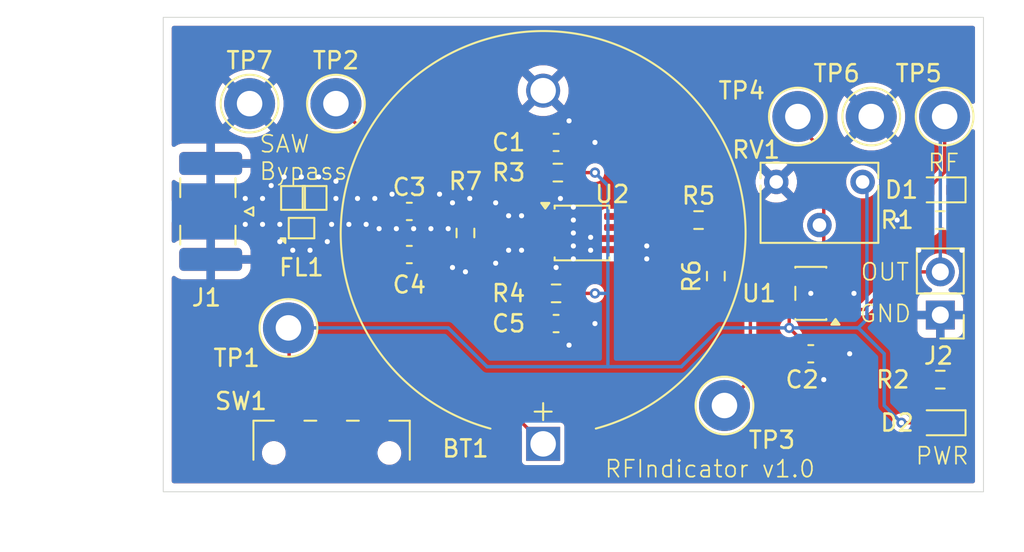
<source format=kicad_pcb>
(kicad_pcb (version 20241229) (generator "pcbnew") (generator_version "9.0")
  (layers (0 "F.Cu" signal) (2 "B.Cu" signal) (13 "F.Paste" user) (15 "B.Paste" user) (5 "F.SilkS" user "F.Silkscreen") (7 "B.SilkS" user "B.Silkscreen") (1 "F.Mask" user) (3 "B.Mask" user) (25 "Edge.Cuts" user))
  (net 0 "")
  (net 1 "Net-(BT1-+)")
  (net 2 "GND")
  (net 3 "Net-(C1-Pad2)")
  (net 4 "VCC")
  (net 5 "Net-(U2-INHI)")
  (net 6 "Net-(U2-INLO)")
  (net 7 "Net-(C5-Pad1)")
  (net 8 "Net-(D1-A)")
  (net 9 "Net-(D1-K)")
  (net 10 "Net-(D2-K)")
  (net 11 "Net-(J1-In)")
  (net 12 "Net-(U2-VOUT)")
  (net 13 "Net-(U1--)")
  (net 14 "Net-(U1-+)")
  (net 16 "Net-(C3-Pad1)")
  (footprint "LED_SMD:LED_0603_1608Metric" (layer "F.Cu") (at 99.06 106.68 180)
    (property "Reference" "D1" (at 2.286 0 0) (layer "F.SilkS"))
    (property "Value" "RF Active")
    (fp_line (start 0.8 -0.735) (end -1.485 -0.735) (stroke (width 0.12)) (layer "F.SilkS"))
    (fp_line (start -1.485 0.735) (end 0.8 0.735) (stroke (width 0.12)) (layer "F.SilkS"))
    (fp_line (start -1.485 -0.735) (end -1.485 0.735) (stroke (width 0.12)) (layer "F.SilkS"))
    (pad "1" smd roundrect (at -0.7875 0 180) (size 0.875 0.95) (layers "F.Cu" "F.Mask" "F.Paste") (net 9 "Net-(D1-K)"))
    (pad "2" smd roundrect (at 0.7875 0 180) (size 0.875 0.95) (layers "F.Cu" "F.Mask" "F.Paste") (net 8 "Net-(D1-A)"))
  )
  (footprint "Package_SO:MSOP-8_3x3mm_P0.65mm" (layer "F.Cu") (at 77.978 109.22)
    (property "Reference" "U2" (at 1.778 -2.286 0) (layer "F.SilkS"))
    (property "Value" "AD8313xRM")
    (fp_line (start -1.61 -1.61) (end 1.61 -1.61) (stroke (width 0.12)) (layer "F.SilkS"))
    (fp_line (start -1.61 -1.435) (end -1.61 -1.61) (stroke (width 0.12)) (layer "F.SilkS"))
    (fp_line (start -1.61 1.61) (end -1.61 1.435) (stroke (width 0.12)) (layer "F.SilkS"))
    (fp_line (start 1.61 -1.61) (end 1.61 -1.435) (stroke (width 0.12)) (layer "F.SilkS"))
    (fp_line (start 1.61 1.435) (end 1.61 1.61) (stroke (width 0.12)) (layer "F.SilkS"))
    (fp_line (start 1.61 1.61) (end -1.61 1.61) (stroke (width 0.12)) (layer "F.SilkS"))
    (fp_poly (pts (xy -2.16 -1.44) (xy -2.4 -1.77) (xy -1.92 -1.77)) (stroke (width 0.12)) (fill yes) (layer "F.SilkS"))
    (pad "1" smd roundrect (at -2.1125 -0.975) (size 1.625 0.4) (layers "F.Cu" "F.Mask" "F.Paste") (net 3 "Net-(C1-Pad2)"))
    (pad "2" smd roundrect (at -2.1125 -0.325) (size 1.625 0.4) (layers "F.Cu" "F.Mask" "F.Paste") (net 5 "Net-(U2-INHI)"))
    (pad "3" smd roundrect (at -2.1125 0.325) (size 1.625 0.4) (layers "F.Cu" "F.Mask" "F.Paste") (net 6 "Net-(U2-INLO)"))
    (pad "4" smd roundrect (at -2.1125 0.975) (size 1.625 0.4) (layers "F.Cu" "F.Mask" "F.Paste") (net 7 "Net-(C5-Pad1)"))
    (pad "5" smd roundrect (at 2.1125 0.975) (size 1.625 0.4) (layers "F.Cu" "F.Mask" "F.Paste") (net 2 "GND"))
    (pad "6" smd roundrect (at 2.1125 0.325) (size 1.625 0.4) (layers "F.Cu" "F.Mask" "F.Paste") (net 2 "GND"))
    (pad "7" smd roundrect (at 2.1125 -0.325) (size 1.625 0.4) (layers "F.Cu" "F.Mask" "F.Paste") (net 12 "Net-(U2-VOUT)"))
    (pad "8" smd roundrect (at 2.1125 -0.975) (size 1.625 0.4) (layers "F.Cu" "F.Mask" "F.Paste") (net 12 "Net-(U2-VOUT)"))
  )
  (footprint "Battery:BatteryHolder_MYOUNG_BS-07-A1BJ001_CR2032" (layer "F.Cu") (at 75.692 121.638 90)
    (property "Reference" "BT1" (at -0.282 -4.572 0) (layer "F.SilkS"))
    (property "Value" "CR2032")
    (fp_line (start 1.9 -0.5) (end 1.9 0.5) (stroke (width 0.12)) (layer "F.SilkS"))
    (fp_line (start 1.4 0) (end 2.4 0) (stroke (width 0.12)) (layer "F.SilkS"))
    (fp_arc (start 0.900001 -3.1) (mid 24.310499 0) (end 0.900001 3.1) (stroke (width 0.12)) (layer "F.SilkS"))
    (pad "1" thru_hole rect (at 0 0 270) (size 2 2) (drill 1.5) (layers "*.Cu" "*.Mask") (net 1 "Net-(BT1-+)"))
    (pad "2" thru_hole circle (at 20.8 0 270) (size 2 2) (drill 1.5) (layers "*.Cu" "*.Mask") (net 2 "GND"))
  )
  (footprint "TestPoint:TestPoint_Loop_D2.54mm_Drill1.5mm_Beaded" (layer "F.Cu") (at 60.706 114.808 90)
    (property "Reference" "TP1" (at -1.778 -3.048 180) (layer "F.SilkS"))
    (property "Value" "VCC")
    (fp_circle (center 0 0) (end 1.7 0) (stroke (width 0.12)) (fill no) (layer "F.SilkS"))
    (pad "1" thru_hole circle (at 0 0 90) (size 3 3) (drill 1.5) (layers "*.Cu" "*.Mask") (net 4 "VCC"))
  )
  (footprint "TestPoint:TestPoint_Loop_D2.54mm_Drill1.5mm_Beaded" (layer "F.Cu") (at 86.36 119.38 90)
    (property "Reference" "TP3" (at -2.032 2.794 180) (layer "F.SilkS"))
    (property "Value" "Amp Output")
    (fp_circle (center 0 0) (end 1.7 0) (stroke (width 0.12)) (fill no) (layer "F.SilkS"))
    (pad "1" thru_hole circle (at 0 0 90) (size 3 3) (drill 1.5) (layers "*.Cu" "*.Mask") (net 13 "Net-(U1--)"))
  )
  (footprint "Connector_Coaxial:SMA_Samtec_SMA-J-P-H-ST-EM1_EdgeMount" (layer "F.Cu") (at 55.88 107.95 180)
    (property "Reference" "J1" (at 0 -5.08 0) (layer "F.SilkS"))
    (property "Value" "SMA RF Input")
    (fp_line (start 1.54 1.95) (end 1.54 0.84) (stroke (width 0.12)) (layer "F.SilkS"))
    (fp_line (start 1.54 -0.84) (end 1.54 -1.95) (stroke (width 0.12)) (layer "F.SilkS"))
    (fp_line (start -1.71 1.95) (end -1.71 0.84) (stroke (width 0.12)) (layer "F.SilkS"))
    (fp_line (start -1.71 -0.84) (end -1.71 -1.95) (stroke (width 0.12)) (layer "F.SilkS"))
    (fp_line (start -2.26 0) (end -2.76 -0.25) (stroke (width 0.12)) (layer "F.SilkS"))
    (fp_line (start -2.76 0.25) (end -2.26 0) (stroke (width 0.12)) (layer "F.SilkS"))
    (fp_line (start -2.76 -0.25) (end -2.76 0.25) (stroke (width 0.12)) (layer "F.SilkS"))
    (pad "1" smd roundrect (at 0 0 270) (size 1.27 3.2) (layers "F.Cu" "F.Mask") (roundrect_rratio 0.1968503937) (net 11 "Net-(J1-In)"))
    (pad "2" smd roundrect (at -0.25 -2.825 270) (size 1.35 3.7) (layers "F.Cu" "F.Mask") (roundrect_rratio 0.1851851852) (net 2 "GND"))
    (pad "2" smd roundrect (at -0.25 -2.825 270) (size 1.35 3.7) (layers "B.Cu" "B.Mask") (roundrect_rratio 0.1851851852) (net 2 "GND"))
    (pad "2" smd roundrect (at -0.25 2.825 270) (size 1.35 3.7) (layers "F.Cu" "F.Mask") (roundrect_rratio 0.1851851852) (net 2 "GND"))
    (pad "2" smd roundrect (at -0.25 2.825 270) (size 1.35 3.7) (layers "B.Cu" "B.Mask") (roundrect_rratio 0.1851851852) (net 2 "GND"))
  )
  (footprint "TestPoint:TestPoint_Loop_D2.54mm_Drill1.5mm_Beaded" (layer "F.Cu") (at 58.42 101.6 90)
    (property "Reference" "TP7" (at 2.54 0 180) (layer "F.SilkS"))
    (property "Value" "GND")
    (fp_circle (center 0 0) (end 1.7 0) (stroke (width 0.12)) (fill no) (layer "F.SilkS"))
    (pad "1" thru_hole circle (at 0 0 90) (size 3 3) (drill 1.5) (layers "*.Cu" "*.Mask") (net 2 "GND"))
  )
  (footprint "TestPoint:TestPoint_Pad_1.0x1.0mm" (layer "F.Cu") (at 60.976 107.1545)
    (property "Reference" "TP8" (hide yes))
    (property "Value" "SAW")
    (fp_line (start -0.7 -0.7) (end 0.7 -0.7) (stroke (width 0.12)) (layer "F.SilkS"))
    (fp_line (start -0.7 0.7) (end -0.7 -0.7) (stroke (width 0.12)) (layer "F.SilkS"))
    (fp_line (start 0.7 -0.7) (end 0.7 0.7) (stroke (width 0.12)) (layer "F.SilkS"))
    (fp_line (start 0.7 0.7) (end -0.7 0.7) (stroke (width 0.12)) (layer "F.SilkS"))
    (pad "1" smd rect (at 0 0) (size 1 1) (layers "F.Cu" "F.Mask") (net 11 "Net-(J1-In)"))
  )
  (footprint "Resistor_SMD:R_0603_1608Metric_Pad0.98x0.95mm_HandSolder" (layer "F.Cu") (at 84.836 108.458)
    (property "Reference" "R5" (at 0 -1.43 0) (layer "F.SilkS"))
    (property "Value" "500")
    (fp_line (start -0.254724 -0.5225) (end 0.254724 -0.5225) (stroke (width 0.12)) (layer "F.SilkS"))
    (fp_line (start -0.254724 0.5225) (end 0.254724 0.5225) (stroke (width 0.12)) (layer "F.SilkS"))
    (pad "1" smd roundrect (at -0.9125 0) (size 0.975 0.95) (layers "F.Cu" "F.Mask" "F.Paste") (net 12 "Net-(U2-VOUT)"))
    (pad "2" smd roundrect (at 0.9125 0) (size 0.975 0.95) (layers "F.Cu" "F.Mask" "F.Paste") (net 13 "Net-(U1--)"))
  )
  (footprint "Resistor_SMD:R_0603_1608Metric_Pad0.98x0.95mm_HandSolder" (layer "F.Cu") (at 71.12 109.22 -90)
    (property "Reference" "R7" (at -3.048 0 180) (layer "F.SilkS"))
    (property "Value" "53.6")
    (fp_line (start -0.254724 0.5225) (end 0.254724 0.5225) (stroke (width 0.12)) (layer "F.SilkS"))
    (fp_line (start -0.254724 -0.5225) (end 0.254724 -0.5225) (stroke (width 0.12)) (layer "F.SilkS"))
    (pad "1" smd roundrect (at -0.9125 0 270) (size 0.975 0.95) (layers "F.Cu" "F.Mask" "F.Paste") (net 5 "Net-(U2-INHI)"))
    (pad "2" smd roundrect (at 0.9125 0 270) (size 0.975 0.95) (layers "F.Cu" "F.Mask" "F.Paste") (net 6 "Net-(U2-INLO)"))
  )
  (footprint "Filter:Filter_1411-5_1.4x1.1mm" (layer "F.Cu") (at 61.476 108.9325)
    (property "Reference" "FL1" (at -0.008 2.3195 0) (layer "F.SilkS"))
    (property "Value" "B39921B4344P810")
    (fp_line (start -0.75 -0.6) (end -0.75 0.6) (stroke (width 0.12)) (layer "F.SilkS"))
    (fp_line (start -0.75 0.6) (end 0.75 0.6) (stroke (width 0.12)) (layer "F.SilkS"))
    (fp_line (start 0.75 -0.6) (end -0.75 -0.6) (stroke (width 0.12)) (layer "F.SilkS"))
    (fp_line (start 0.75 0.6) (end 0.75 -0.6) (stroke (width 0.12)) (layer "F.SilkS"))
    (fp_poly (pts (xy -0.95 0.6) (xy -0.95 0.88) (xy -1.23 0.6) (xy -0.95 0.6)) (stroke (width 0.12)) (fill yes) (layer "F.SilkS"))
    (pad "1" smd rect (at -0.5 0 90) (size 0.325 0.25) (layers "F.Cu" "F.Mask" "F.Paste") (net 11 "Net-(J1-In)"))
    (pad "2" smd rect (at 0 0.2875 90) (size 0.325 0.25) (layers "F.Cu" "F.Mask" "F.Paste") (net 2 "GND"))
    (pad "3" smd rect (at 0.5 0.2875 90) (size 0.325 0.25) (layers "F.Cu" "F.Mask" "F.Paste") (net 2 "GND"))
    (pad "4" smd rect (at 0.5 -0.2875 90) (size 0.325 0.25) (layers "F.Cu" "F.Mask" "F.Paste") (net 16 "Net-(C3-Pad1)"))
    (pad "5" smd rect (at 0 -0.2875 90) (size 0.325 0.25) (layers "F.Cu" "F.Mask" "F.Paste") (net 2 "GND"))
  )
  (footprint "TestPoint:TestPoint_Loop_D2.54mm_Drill1.5mm_Beaded" (layer "F.Cu") (at 90.678 102.362 90)
    (property "Reference" "TP4" (at 1.524 -3.302 180) (layer "F.SilkS"))
    (property "Value" "Threshold Voltage")
    (fp_circle (center 0 0) (end 1.7 0) (stroke (width 0.12)) (fill no) (layer "F.SilkS"))
    (pad "1" thru_hole circle (at 0 0 90) (size 3 3) (drill 1.5) (layers "*.Cu" "*.Mask") (net 14 "Net-(U1-+)"))
  )
  (footprint "TestPoint:TestPoint_Loop_D2.54mm_Drill1.5mm_Beaded" (layer "F.Cu") (at 94.996 102.362 90)
    (property "Reference" "TP6" (at 2.54 -2.032 180) (layer "F.SilkS"))
    (property "Value" "GND")
    (fp_circle (center 0 0) (end 1.7 0) (stroke (width 0.12)) (fill no) (layer "F.SilkS"))
    (pad "1" thru_hole circle (at 0 0 90) (size 3 3) (drill 1.5) (layers "*.Cu" "*.Mask") (net 2 "GND"))
  )
  (footprint "Resistor_SMD:R_0603_1608Metric_Pad0.98x0.95mm_HandSolder" (layer "F.Cu") (at 99.06 108.458 180)
    (property "Reference" "R1" (at 2.54 0 0) (layer "F.SilkS"))
    (property "Value" "3.3K")
    (fp_line (start -0.254724 0.5225) (end 0.254724 0.5225) (stroke (width 0.12)) (layer "F.SilkS"))
    (fp_line (start -0.254724 -0.5225) (end 0.254724 -0.5225) (stroke (width 0.12)) (layer "F.SilkS"))
    (pad "1" smd roundrect (at -0.9125 0 180) (size 0.975 0.95) (layers "F.Cu" "F.Mask" "F.Paste") (net 9 "Net-(D1-K)"))
    (pad "2" smd roundrect (at 0.9125 0 180) (size 0.975 0.95) (layers "F.Cu" "F.Mask" "F.Paste") (net 2 "GND"))
  )
  (footprint "Resistor_SMD:R_0603_1608Metric_Pad0.98x0.95mm_HandSolder" (layer "F.Cu") (at 76.5575 105.664 180)
    (property "Reference" "R3" (at 2.8975 0 0) (layer "F.SilkS"))
    (property "Value" "10")
    (fp_line (start -0.254724 0.5225) (end 0.254724 0.5225) (stroke (width 0.12)) (layer "F.SilkS"))
    (fp_line (start -0.254724 -0.5225) (end 0.254724 -0.5225) (stroke (width 0.12)) (layer "F.SilkS"))
    (pad "1" smd roundrect (at -0.9125 0 180) (size 0.975 0.95) (layers "F.Cu" "F.Mask" "F.Paste") (net 4 "VCC"))
    (pad "2" smd roundrect (at 0.9125 0 180) (size 0.975 0.95) (layers "F.Cu" "F.Mask" "F.Paste") (net 3 "Net-(C1-Pad2)"))
  )
  (footprint "Capacitor_SMD:C_0603_1608Metric_Pad1.08x0.95mm_HandSolder" (layer "F.Cu") (at 67.818 107.95)
    (property "Reference" "C3" (at 0 -1.43 0) (layer "F.SilkS"))
    (property "Value" "680 pF")
    (fp_line (start -0.146267 -0.51) (end 0.146267 -0.51) (stroke (width 0.12)) (layer "F.SilkS"))
    (fp_line (start -0.146267 0.51) (end 0.146267 0.51) (stroke (width 0.12)) (layer "F.SilkS"))
    (pad "1" smd roundrect (at -0.8625 0) (size 1.075 0.95) (layers "F.Cu" "F.Mask" "F.Paste") (net 16 "Net-(C3-Pad1)"))
    (pad "2" smd roundrect (at 0.8625 0) (size 1.075 0.95) (layers "F.Cu" "F.Mask" "F.Paste") (net 5 "Net-(U2-INHI)"))
  )
  (footprint "Button_Switch_SMD:SW_SPDT_CK_JS102011SAQN" (layer "F.Cu") (at 63.246 122.174)
    (property "Reference" "SW1" (at -5.334 -3.048 0) (layer "F.SilkS"))
    (property "Value" "Power Switch")
    (fp_line (start -4.6 -1.9) (end -3.4 -1.9) (stroke (width 0.12)) (layer "F.SilkS"))
    (fp_line (start -4.6 0.4) (end -4.6 -1.9) (stroke (width 0.12)) (layer "F.SilkS"))
    (fp_line (start -0.9 -1.9) (end -1.6 -1.9) (stroke (width 0.12)) (layer "F.SilkS"))
    (fp_line (start 1.6 -1.9) (end 0.9 -1.9) (stroke (width 0.12)) (layer "F.SilkS"))
    (fp_line (start 3.4 -1.9) (end 4.6 -1.9) (stroke (width 0.12)) (layer "F.SilkS"))
    (fp_line (start 4.6 -1.9) (end 4.6 0.4) (stroke (width 0.12)) (layer "F.SilkS"))
    (pad "" np_thru_hole circle (at -3.4 0) (size 0.9 0.9) (drill 0.9) (layers "*.Cu" "*.Mask"))
    (pad "" np_thru_hole circle (at 3.4 0) (size 0.9 0.9) (drill 0.9) (layers "*.Cu" "*.Mask"))
    (pad "1" smd roundrect (at -2.5 -2.75) (size 1.25 2.5) (layers "F.Cu" "F.Mask" "F.Paste") (roundrect_rratio 0.2) (net 4 "VCC"))
    (pad "2" smd roundrect (at 0 -2.75) (size 1.25 2.5) (layers "F.Cu" "F.Mask" "F.Paste") (roundrect_rratio 0.2) (net 1 "Net-(BT1-+)"))
    (pad "3" smd roundrect (at 2.5 -2.75) (size 1.25 2.5) (layers "F.Cu" "F.Mask" "F.Paste") (roundrect_rratio 0.2))
  )
  (footprint "Resistor_SMD:R_0603_1608Metric_Pad0.98x0.95mm_HandSolder" (layer "F.Cu") (at 76.454 112.776 180)
    (property "Reference" "R4" (at 2.794 0 0) (layer "F.SilkS"))
    (property "Value" "10")
    (fp_line (start -0.254724 0.5225) (end 0.254724 0.5225) (stroke (width 0.12)) (layer "F.SilkS"))
    (fp_line (start -0.254724 -0.5225) (end 0.254724 -0.5225) (stroke (width 0.12)) (layer "F.SilkS"))
    (pad "1" smd roundrect (at -0.9125 0 180) (size 0.975 0.95) (layers "F.Cu" "F.Mask" "F.Paste") (net 4 "VCC"))
    (pad "2" smd roundrect (at 0.9125 0 180) (size 0.975 0.95) (layers "F.Cu" "F.Mask" "F.Paste") (net 7 "Net-(C5-Pad1)"))
  )
  (footprint "Resistor_SMD:R_0603_1608Metric_Pad0.98x0.95mm_HandSolder" (layer "F.Cu") (at 99.06 117.856 180)
    (property "Reference" "R2" (at 2.794 0 0) (layer "F.SilkS"))
    (property "Value" "3.3K")
    (fp_line (start -0.254724 0.5225) (end 0.254724 0.5225) (stroke (width 0.12)) (layer "F.SilkS"))
    (fp_line (start -0.254724 -0.5225) (end 0.254724 -0.5225) (stroke (width 0.12)) (layer "F.SilkS"))
    (pad "1" smd roundrect (at -0.9125 0 180) (size 0.975 0.95) (layers "F.Cu" "F.Mask" "F.Paste") (net 10 "Net-(D2-K)"))
    (pad "2" smd roundrect (at 0.9125 0 180) (size 0.975 0.95) (layers "F.Cu" "F.Mask" "F.Paste") (net 2 "GND"))
  )
  (footprint "Capacitor_SMD:C_0603_1608Metric_Pad1.08x0.95mm_HandSolder" (layer "F.Cu") (at 67.818 110.49)
    (property "Reference" "C4" (at 0 1.778 0) (layer "F.SilkS"))
    (property "Value" "680 pF")
    (fp_line (start -0.146267 -0.51) (end 0.146267 -0.51) (stroke (width 0.12)) (layer "F.SilkS"))
    (fp_line (start -0.146267 0.51) (end 0.146267 0.51) (stroke (width 0.12)) (layer "F.SilkS"))
    (pad "1" smd roundrect (at -0.8625 0) (size 1.075 0.95) (layers "F.Cu" "F.Mask" "F.Paste") (net 2 "GND"))
    (pad "2" smd roundrect (at 0.8625 0) (size 1.075 0.95) (layers "F.Cu" "F.Mask" "F.Paste") (net 6 "Net-(U2-INLO)"))
  )
  (footprint "TestPoint:TestPoint_Loop_D2.54mm_Drill1.5mm_Beaded" (layer "F.Cu") (at 63.5 101.6 90)
    (property "Reference" "TP2" (at 2.54 0 180) (layer "F.SilkS"))
    (property "Value" "RF Input")
    (fp_circle (center 0 0) (end 1.7 0) (stroke (width 0.12)) (fill no) (layer "F.SilkS"))
    (pad "1" thru_hole circle (at 0 0 90) (size 3 3) (drill 1.5) (layers "*.Cu" "*.Mask") (net 5 "Net-(U2-INHI)"))
  )
  (footprint "Resistor_SMD:R_0603_1608Metric_Pad0.98x0.95mm_HandSolder" (layer "F.Cu") (at 85.852 111.76 90)
    (property "Reference" "R6" (at 0 -1.43 90) (layer "F.SilkS"))
    (property "Value" "10K")
    (fp_line (start -0.254724 -0.5225) (end 0.254724 -0.5225) (stroke (width 0.12)) (layer "F.SilkS"))
    (fp_line (start -0.254724 0.5225) (end 0.254724 0.5225) (stroke (width 0.12)) (layer "F.SilkS"))
    (pad "1" smd roundrect (at -0.9125 0 90) (size 0.975 0.95) (layers "F.Cu" "F.Mask" "F.Paste") (net 2 "GND"))
    (pad "2" smd roundrect (at 0.9125 0 90) (size 0.975 0.95) (layers "F.Cu" "F.Mask" "F.Paste") (net 13 "Net-(U1--)"))
  )
  (footprint "Connector_PinHeader_2.54mm:PinHeader_1x02_P2.54mm_Vertical" (layer "F.Cu") (at 99.06 114.051 180)
    (property "Reference" "J2" (at 0.104739 -2.403021 0) (layer "F.SilkS"))
    (property "Value" "Logic Ouptut")
    (fp_line (start 1.38 1.27) (end 1.38 3.92) (stroke (width 0.12)) (layer "F.SilkS"))
    (fp_line (start -1.38 3.92) (end 1.38 3.92) (stroke (width 0.12)) (layer "F.SilkS"))
    (fp_line (start -1.38 1.27) (end 1.38 1.27) (stroke (width 0.12)) (layer "F.SilkS"))
    (fp_line (start -1.38 1.27) (end -1.38 3.92) (stroke (width 0.12)) (layer "F.SilkS"))
    (fp_line (start -1.38 0) (end -1.38 -1.38) (stroke (width 0.12)) (layer "F.SilkS"))
    (fp_line (start -1.38 -1.38) (end 0 -1.38) (stroke (width 0.12)) (layer "F.SilkS"))
    (pad "1" thru_hole rect (at 0 0 180) (size 1.7 1.7) (drill 1) (layers "*.Cu" "*.Mask") (net 2 "GND"))
    (pad "2" thru_hole circle (at 0 2.54 180) (size 1.7 1.7) (drill 1) (layers "*.Cu" "*.Mask") (net 8 "Net-(D1-A)"))
  )
  (footprint "TestPoint:TestPoint_Pad_1.0x1.0mm" (layer "F.Cu") (at 62.246 107.1545)
    (property "Reference" "TP9" (hide yes))
    (property "Value" "Bypass")
    (fp_line (start -0.7 -0.7) (end 0.7 -0.7) (stroke (width 0.12)) (layer "F.SilkS"))
    (fp_line (start -0.7 0.7) (end -0.7 -0.7) (stroke (width 0.12)) (layer "F.SilkS"))
    (fp_line (start 0.7 -0.7) (end 0.7 0.7) (stroke (width 0.12)) (layer "F.SilkS"))
    (fp_line (start 0.7 0.7) (end -0.7 0.7) (stroke (width 0.12)) (layer "F.SilkS"))
    (pad "1" smd rect (at 0 0) (size 1 1) (layers "F.Cu" "F.Mask") (net 16 "Net-(C3-Pad1)"))
  )
  (footprint "Capacitor_SMD:C_0603_1608Metric_Pad1.08x0.95mm_HandSolder" (layer "F.Cu") (at 91.44 116.332)
    (property "Reference" "C2" (at -0.508 1.524 0) (layer "F.SilkS"))
    (property "Value" "0.1 uF")
    (fp_line (start -0.146267 -0.51) (end 0.146267 -0.51) (stroke (width 0.12)) (layer "F.SilkS"))
    (fp_line (start -0.146267 0.51) (end 0.146267 0.51) (stroke (width 0.12)) (layer "F.SilkS"))
    (pad "1" smd roundrect (at -0.8625 0) (size 1.075 0.95) (layers "F.Cu" "F.Mask" "F.Paste") (net 4 "VCC"))
    (pad "2" smd roundrect (at 0.8625 0) (size 1.075 0.95) (layers "F.Cu" "F.Mask" "F.Paste") (net 2 "GND"))
  )
  (footprint "TestPoint:TestPoint_Loop_D2.54mm_Drill1.5mm_Beaded" (layer "F.Cu") (at 99.314 102.362 90)
    (property "Reference" "TP5" (at 2.54 -1.524 180) (layer "F.SilkS"))
    (property "Value" "Logic Output")
    (fp_circle (center 0 0) (end 1.7 0) (stroke (width 0.12)) (fill no) (layer "F.SilkS"))
    (pad "1" thru_hole circle (at 0 0 90) (size 3 3) (drill 1.5) (layers "*.Cu" "*.Mask") (net 8 "Net-(D1-A)"))
  )
  (footprint "Capacitor_SMD:C_0603_1608Metric_Pad1.08x0.95mm_HandSolder" (layer "F.Cu") (at 76.454 103.886 180)
    (property "Reference" "C1" (at 2.794 0 0) (layer "F.SilkS"))
    (property "Value" "0.1 uF")
    (fp_line (start -0.146267 0.51) (end 0.146267 0.51) (stroke (width 0.12)) (layer "F.SilkS"))
    (fp_line (start -0.146267 -0.51) (end 0.146267 -0.51) (stroke (width 0.12)) (layer "F.SilkS"))
    (pad "1" smd roundrect (at -0.8625 0 180) (size 1.075 0.95) (layers "F.Cu" "F.Mask" "F.Paste") (net 2 "GND"))
    (pad "2" smd roundrect (at 0.8625 0 180) (size 1.075 0.95) (layers "F.Cu" "F.Mask" "F.Paste") (net 3 "Net-(C1-Pad2)"))
  )
  (footprint "Potentiometer_THT:Potentiometer_Bourns_3266W_Vertical" (layer "F.Cu") (at 94.488 106.212)
    (property "Reference" "RV1" (at -6.266967 -1.890202 0) (layer "F.SilkS"))
    (property "Value" "10K")
    (fp_line (start -6.005 -1.13) (end 0.925 -1.13) (stroke (width 0.12)) (layer "F.SilkS"))
    (fp_line (start -6.005 -0.217) (end -6.005 -1.13) (stroke (width 0.12)) (layer "F.SilkS"))
    (fp_line (start -6.005 3.59) (end -6.005 0.217) (stroke (width 0.12)) (layer "F.SilkS"))
    (fp_line (start 0.925 -1.13) (end 0.925 -0.217) (stroke (width 0.12)) (layer "F.SilkS"))
    (fp_line (start 0.925 0.217) (end 0.925 3.59) (stroke (width 0.12)) (layer "F.SilkS"))
    (fp_line (start 0.925 3.59) (end -6.005 3.59) (stroke (width 0.12)) (layer "F.SilkS"))
    (pad "1" thru_hole circle (at 0 0) (size 1.44 1.44) (drill 0.8) (layers "*.Cu" "*.Mask") (net 4 "VCC"))
    (pad "2" thru_hole circle (at -2.54 2.54) (size 1.44 1.44) (drill 0.8) (layers "*.Cu" "*.Mask") (net 14 "Net-(U1-+)"))
    (pad "3" thru_hole circle (at -5.08 0) (size 1.44 1.44) (drill 0.8) (layers "*.Cu" "*.Mask") (net 2 "GND"))
  )
  (footprint "Package_TO_SOT_SMD:SOT-23-5" (layer "F.Cu") (at 91.44 112.776 180)
    (property "Reference" "U1" (at 3.048 0 0) (layer "F.SilkS"))
    (property "Value" "TLV7031DBV")
    (fp_line (start 0.91 1.56) (end -0.91 1.56) (stroke (width 0.12)) (layer "F.SilkS"))
    (fp_line (start 0.91 1.51) (end 0.91 1.56) (stroke (width 0.12)) (layer "F.SilkS"))
    (fp_line (start 0.91 -0.39) (end 0.91 0.39) (stroke (width 0.12)) (layer "F.SilkS"))
    (fp_line (start 0.91 -1.56) (end 0.91 -1.51) (stroke (width 0.12)) (layer "F.SilkS"))
    (fp_line (start -0.91 1.56) (end -0.91 1.51) (stroke (width 0.12)) (layer "F.SilkS"))
    (fp_line (start -0.91 -1.51) (end -0.91 -1.56) (stroke (width 0.12)) (layer "F.SilkS"))
    (fp_line (start -0.91 -1.56) (end 0.91 -1.56) (stroke (width 0.12)) (layer "F.SilkS"))
    (fp_poly (pts (xy -1.45 -1.51) (xy -1.69 -1.84) (xy -1.21 -1.84)) (stroke (width 0.12)) (fill yes) (layer "F.SilkS"))
    (pad "1" smd roundrect (at -1.1375 -0.95 180) (size 1.325 0.6) (layers "F.Cu" "F.Mask" "F.Paste") (net 8 "Net-(D1-A)"))
    (pad "2" smd roundrect (at -1.1375 0 180) (size 1.325 0.6) (layers "F.Cu" "F.Mask" "F.Paste") (net 2 "GND"))
    (pad "3" smd roundrect (at -1.1375 0.95 180) (size 1.325 0.6) (layers "F.Cu" "F.Mask" "F.Paste") (net 14 "Net-(U1-+)"))
    (pad "4" smd roundrect (at 1.1375 0.95 180) (size 1.325 0.6) (layers "F.Cu" "F.Mask" "F.Paste") (net 13 "Net-(U1--)"))
    (pad "5" smd roundrect (at 1.1375 -0.95 180) (size 1.325 0.6) (layers "F.Cu" "F.Mask" "F.Paste") (net 4 "VCC"))
  )
  (footprint "Capacitor_SMD:C_0603_1608Metric_Pad1.08x0.95mm_HandSolder" (layer "F.Cu") (at 76.454 114.554)
    (property "Reference" "C5" (at -2.794 0 0) (layer "F.SilkS"))
    (property "Value" "0.1 uF")
    (fp_line (start -0.146267 -0.51) (end 0.146267 -0.51) (stroke (width 0.12)) (layer "F.SilkS"))
    (fp_line (start -0.146267 0.51) (end 0.146267 0.51) (stroke (width 0.12)) (layer "F.SilkS"))
    (pad "1" smd roundrect (at -0.8625 0) (size 1.075 0.95) (layers "F.Cu" "F.Mask" "F.Paste") (net 7 "Net-(C5-Pad1)"))
    (pad "2" smd roundrect (at 0.8625 0) (size 1.075 0.95) (layers "F.Cu" "F.Mask" "F.Paste") (net 2 "GND"))
  )
  (footprint "LED_SMD:LED_0603_1608Metric" (layer "F.Cu") (at 99.06 120.396 180)
    (property "Reference" "D2" (at 2.54 0 0) (layer "F.SilkS"))
    (property "Value" "Power")
    (fp_line (start 0.8 -0.735) (end -1.485 -0.735) (stroke (width 0.12)) (layer "F.SilkS"))
    (fp_line (start -1.485 0.735) (end 0.8 0.735) (stroke (width 0.12)) (layer "F.SilkS"))
    (fp_line (start -1.485 -0.735) (end -1.485 0.735) (stroke (width 0.12)) (layer "F.SilkS"))
    (pad "1" smd roundrect (at -0.7875 0 180) (size 0.875 0.95) (layers "F.Cu" "F.Mask" "F.Paste") (net 10 "Net-(D2-K)"))
    (pad "2" smd roundrect (at 0.7875 0 180) (size 0.875 0.95) (layers "F.Cu" "F.Mask" "F.Paste") (net 4 "VCC"))
  )
  (gr_rect (start 53.34 96.52) (end 101.6 124.46) (stroke (width 0.05)) (fill no) (layer "Edge.Cuts"))
  (gr_text "SAW\nBypass" (at 58.928 106.172 0) (layer "F.SilkS") (effects (font (size 1 1) (thickness 0.1)) (justify left bottom)))
  (gr_text "RF" (at 98.26 105.664 0) (layer "F.SilkS") (effects (font (size 1 1) (thickness 0.1)) (justify left bottom)))
  (gr_text "OUT" (at 94.305524 112.099702 0) (layer "F.SilkS") (effects (font (size 1 1) (thickness 0.1)) (justify left bottom)))
  (gr_text "GND" (at 94.234 114.554 0) (layer "F.SilkS") (effects (font (size 1 1) (thickness 0.1)) (justify left bottom)))
  (gr_text "PWR" (at 97.536 122.936 0) (layer "F.SilkS") (effects (font (size 1 1) (thickness 0.1)) (justify left bottom)))
  (gr_text "RFIndicator v1.0" (at 79.248 123.698 0) (layer "F.SilkS") (effects (font (size 1 1) (thickness 0.1)) (justify left bottom)))
  (segment (start 70.894 116.84) (end 64.008 116.84) (width 0.2) (layer "F.Cu") (net 1))
  (segment (start 75.692 121.638) (end 70.894 116.84) (width 0.2) (layer "F.Cu") (net 1))
  (segment (start 63.246 117.602) (end 63.246 119.424) (width 0.2) (layer "F.Cu") (net 1))
  (segment (start 64.008 116.84) (end 63.246 117.602) (width 0.2) (layer "F.Cu") (net 1))
  (segment (start 61.476 108.645) (end 61.476 109.22) (width 0.2) (layer "F.Cu") (net 2))
  (segment (start 61.476 109.22) (end 61.976 109.22) (width 0.2) (layer "F.Cu") (net 2))
  (segment (start 61.476 109.974) (end 61.468 109.982) (width 0.2) (layer "F.Cu") (net 2))
  (segment (start 80.0905 109.545) (end 78.557 109.545) (width 0.2) (layer "F.Cu") (net 2))
  (segment (start 81.351 109.545) (end 81.534 109.728) (width 0.2) (layer "F.Cu") (net 2))
  (segment (start 80.0905 109.545) (end 81.351 109.545) (width 0.2) (layer "F.Cu") (net 2))
  (segment (start 61.476 109.22) (end 61.476 109.974) (width 0.2) (layer "F.Cu") (net 2))
  (segment (start 78.486 109.474) (end 78.557 109.545) (width 0.2) (layer "F.Cu") (net 2))
  (via (at 78.74 114.554) (size 0.6) (drill 0.3) (layers "F.Cu" "B.Cu") (net 2))
  (via (at 93.726 116.332) (size 0.6) (drill 0.3) (layers "F.Cu" "B.Cu") (net 2))
  (via (at 78.74 103.886) (size 0.6) (drill 0.3) (layers "F.Cu" "B.Cu") (net 2))
  (via (at 73.66 108.204) (size 0.6) (drill 0.3) (layers "F.Cu" "B.Cu") (net 2))
  (via (at 77.47 110.744) (size 0.6) (drill 0.3) (layers "F.Cu" "B.Cu") (net 2))
  (via (at 77.216 115.824) (size 0.6) (drill 0.3) (layers "F.Cu" "B.Cu") (net 2))
  (via (at 70.358 107.442) (size 0.6) (drill 0.3) (layers "F.Cu" "B.Cu") (net 2))
  (via (at 76.454 111.252) (size 0.6) (drill 0.3) (layers "F.Cu" "B.Cu") (net 2))
  (via (at 60.198 108.712) (size 0.6) (drill 0.3) (layers "F.Cu" "B.Cu") (net 2))
  (via (at 72.898 107.442) (size 0.6) (drill 0.3) (layers "F.Cu" "B.Cu") (net 2))
  (via (at 71.12 111.506) (size 0.6) (drill 0.3) (layers "F.Cu" "B.Cu") (net 2))
  (via (at 74.422 108.204) (size 0.6) (drill 0.3) (layers "F.Cu" "B.Cu") (net 2))
  (via (at 59.182 108.712) (size 0.6) (drill 0.3) (layers "F.Cu" "B.Cu") (net 2))
  (via (at 70.358 111.252) (size 0.6) (drill 0.3) (layers "F.Cu" "B.Cu") (net 2))
  (via (at 64.77 107.188) (size 0.6) (drill 0.3) (layers "F.Cu" "B.Cu") (net 2))
  (via (at 61.976 110.236) (size 0.6) (drill 0.3) (layers "F.Cu" "B.Cu") (net 2))
  (via (at 100.33 110.236) (size 0.6) (drill 0.3) (layers "F.Cu" "B.Cu") (net 2))
  (via (at 96.52 108.458) (size 0.6) (drill 0.3) (layers "F.Cu" "B.Cu") (net 2))
  (via (at 65.786 107.188) (size 0.6) (drill 0.3) (layers "F.Cu" "B.Cu") (net 2))
  (via (at 65.278 108.712) (size 0.6) (drill 0.3) (layers "F.Cu" "B.Cu") (net 2))
  (via (at 81.788 109.982) (size 0.6) (drill 0.3) (layers "F.Cu" "B.Cu") (net 2))
  (via (at 69.088 108.966) (size 0.6) (drill 0.3) (layers "F.Cu" "B.Cu") (net 2))
  (via (at 60.96 110.236) (size 0.6) (drill 0.3) (layers "F.Cu" "B.Cu") (net 2))
  (via (at 68.072 108.966) (size 0.6) (drill 0.3) (layers "F.Cu" "B.Cu") (net 2))
  (via (at 81.788 110.744) (size 0.6) (drill 0.3) (layers "F.Cu" "B.Cu") (net 2))
  (via (at 93.98 112.776) (size 0.6) (drill 0.3) (layers "F.Cu" "B.Cu") (net 2))
  (via (at 78.486 109.474) (size 0.6) (drill 0.3) (layers "F.Cu" "B.Cu") (net 2))
  (via (at 76.708 107.188) (size 0.6) (drill 0.3) (layers "F.Cu" "B.Cu") (net 2))
  (via (at 69.596 106.934) (size 0.6) (drill 0.3) (layers "F.Cu" "B.Cu") (net 2))
  (via (at 60.198 109.728) (size 0.6) (drill 0.3) (layers "F.Cu" "B.Cu") (net 2))
  (via (at 61.468 105.918) (size 0.6) (drill 0.3) (layers "F.Cu" "B.Cu") (net 2))
  (via (at 62.484 105.918) (size 0.6) (drill 0.3) (layers "F.Cu" "B.Cu") (net 2))
  (via (at 78.486 110.236) (size 0.6) (drill 0.3) (layers "F.Cu" "B.Cu") (net 2))
  (via (at 63.5 106.172) (size 0.6) (drill 0.3) (layers "F.Cu" "B.Cu") (net 2))
  (via (at 77.47 107.696) (size 0.6) (drill 0.3) (layers "F.Cu" "B.Cu") (net 2))
  (via (at 71.374 107.188) (size 0.6) (drill 0.3) (layers "F.Cu" "B.Cu") (net 2))
  (via (at 58.166 108.712) (size 0.6) (drill 0.3) (layers "F.Cu" "B.Cu") (net 2))
  (via (at 74.422 110.236) (size 0.6) (drill 0.3) (layers "F.Cu" "B.Cu") (net 2))
  (via (at 91.44 112.776) (size 0.6) (drill 0.3) (layers "F.Cu" "B.Cu") (net 2))
  (via (at 72.898 110.998) (size 0.6) (drill 0.3) (layers "F.Cu" "B.Cu") (net 2))
  (via (at 70.104 108.966) (size 0.6) (drill 0.3) (layers "F.Cu" "B.Cu") (net 2))
  (via (at 73.66 110.236) (size 0.6) (drill 0.3) (layers "F.Cu" "B.Cu") (net 2))
  (via (at 66.04 108.966) (size 0.6) (drill 0.3) (layers "F.Cu" "B.Cu") (net 2))
  (via (at 59.69 106.426) (size 0.6) (drill 0.3) (layers "F.Cu" "B.Cu") (net 2))
  (via (at 77.47 108.458) (size 0.6) (drill 0.3) (layers "F.Cu" "B.Cu") (net 2))
  (via (at 60.452 105.918) (size 0.6) (drill 0.3) (layers "F.Cu" "B.Cu") (net 2))
  (via (at 58.166 107.188) (size 0.6) (drill 0.3) (layers "F.Cu" "B.Cu") (net 2))
  (via (at 63.5 107.188) (size 0.6) (drill 0.3) (layers "F.Cu" "B.Cu") (net 2))
  (via (at 97.79 110.236) (size 0.6) (drill 0.3) (layers "F.Cu" "B.Cu") (net 2))
  (via (at 62.992 109.728) (size 0.6) (drill 0.3) (layers "F.Cu" "B.Cu") (net 2))
  (via (at 64.262 108.712) (size 0.6) (drill 0.3) (layers "F.Cu" "B.Cu") (net 2))
  (via (at 92.202 117.856) (size 0.6) (drill 0.3) (layers "F.Cu" "B.Cu") (net 2))
  (via (at 63.246 108.712) (size 0.6) (drill 0.3) (layers "F.Cu" "B.Cu") (net 2))
  (via (at 66.802 106.934) (size 0.6) (drill 0.3) (layers "F.Cu" "B.Cu") (net 2))
  (via (at 67.056 108.966) (size 0.6) (drill 0.3) (layers "F.Cu" "B.Cu") (net 2))
  (via (at 59.182 107.188) (size 0.6) (drill 0.3) (layers "F.Cu" "B.Cu") (net 2))
  (via (at 77.216 102.616) (size 0.6) (drill 0.3) (layers "F.Cu" "B.Cu") (net 2))
  (via (at 77.47 109.22) (size 0.6) (drill 0.3) (layers "F.Cu" "B.Cu") (net 2))
  (via (at 77.47 109.982) (size 0.6) (drill 0.3) (layers "F.Cu" "B.Cu") (net 2))
  (segment (start 75.645 105.664) (end 75.645 108.0245) (width 0.2) (layer "F.Cu") (net 3))
  (segment (start 75.645 103.9395) (end 75.5915 103.886) (width 0.2) (layer "F.Cu") (net 3))
  (segment (start 75.645 105.664) (end 75.645 103.9395) (width 0.2) (layer "F.Cu") (net 3))
  (segment (start 75.645 108.0245) (end 75.8655 108.245) (width 0.2) (layer "F.Cu") (net 3))
  (segment (start 77.47 105.664) (end 78.74 105.664) (width 0.2) (layer "F.Cu") (net 4))
  (segment (start 77.3665 112.776) (end 78.74 112.776) (width 0.2) (layer "F.Cu") (net 4))
  (segment (start 60.746 119.424) (end 60.746 114.848) (width 0.2) (layer "F.Cu") (net 4))
  (segment (start 90.17 113.8585) (end 90.3025 113.726) (width 0.2) (layer "F.Cu") (net 4))
  (segment (start 60.746 114.848) (end 60.706 114.808) (width 0.2) (layer "F.Cu") (net 4))
  (segment (start 90.5775 115.2155) (end 90.17 114.808) (width 0.2) (layer "F.Cu") (net 4))
  (segment (start 90.5775 116.332) (end 90.5775 115.2155) (width 0.2) (layer "F.Cu") (net 4))
  (segment (start 90.17 114.808) (end 90.17 113.8585) (width 0.2) (layer "F.Cu") (net 4))
  (segment (start 96.774 120.396) (end 98.2725 120.396) (width 0.2) (layer "F.Cu") (net 4))
  (via (at 96.774 120.396) (size 0.6) (drill 0.3) (layers "F.Cu" "B.Cu") (net 4))
  (via (at 78.74 112.776) (size 0.6) (drill 0.3) (layers "F.Cu" "B.Cu") (net 4))
  (via (at 78.74 105.664) (size 0.6) (drill 0.3) (layers "F.Cu" "B.Cu") (net 4))
  (via (at 90.17 114.808) (size 0.6) (drill 0.3) (layers "F.Cu" "B.Cu") (net 4))
  (segment (start 79.502 112.776) (end 79.502 106.426) (width 0.2) (layer "B.Cu") (net 4))
  (segment (start 60.706 114.808) (end 70.104 114.808) (width 0.2) (layer "B.Cu") (net 4))
  (segment (start 90.17 114.808) (end 94.234 114.808) (width 0.2) (layer "B.Cu") (net 4))
  (segment (start 95.758 116.332) (end 95.758 119.38) (width 0.2) (layer "B.Cu") (net 4))
  (segment (start 72.39 117.094) (end 79.502 117.094) (width 0.2) (layer "B.Cu") (net 4))
  (segment (start 70.104 114.808) (end 72.39 117.094) (width 0.2) (layer "B.Cu") (net 4))
  (segment (start 94.234 114.808) (end 94.742 114.3) (width 0.2) (layer "B.Cu") (net 4))
  (segment (start 79.502 106.426) (end 78.74 105.664) (width 0.2) (layer "B.Cu") (net 4))
  (segment (start 79.502 117.094) (end 83.82 117.094) (width 0.2) (layer "B.Cu") (net 4))
  (segment (start 83.82 117.094) (end 86.106 114.808) (width 0.2) (layer "B.Cu") (net 4))
  (segment (start 79.502 117.094) (end 79.502 112.776) (width 0.2) (layer "B.Cu") (net 4))
  (segment (start 78.74 112.776) (end 79.502 112.776) (width 0.2) (layer "B.Cu") (net 4))
  (segment (start 86.106 114.808) (end 90.17 114.808) (width 0.2) (layer "B.Cu") (net 4))
  (segment (start 94.742 114.3) (end 94.742 106.426) (width 0.2) (layer "B.Cu") (net 4))
  (segment (start 95.758 119.38) (end 96.774 120.396) (width 0.2) (layer "B.Cu") (net 4))
  (segment (start 94.234 114.808) (end 95.758 116.332) (width 0.2) (layer "B.Cu") (net 4))
  (segment (start 68.6805 107.95) (end 68.6805 106.7805) (width 0.2) (layer "F.Cu") (net 5))
  (segment (start 73.335 108.895) (end 72.7475 108.3075) (width 0.2) (layer "F.Cu") (net 5))
  (segment (start 70.02875 108.3075) (end 71.12 108.3075) (width 0.2) (layer "F.Cu") (net 5))
  (segment (start 68.6805 107.95) (end 69.67125 107.95) (width 0.2) (layer "F.Cu") (net 5))
  (segment (start 69.67125 107.95) (end 70.02875 108.3075) (width 0.2) (layer "F.Cu") (net 5))
  (segment (start 72.7475 108.3075) (end 71.12 108.3075) (width 0.2) (layer "F.Cu") (net 5))
  (segment (start 75.8655 108.895) (end 73.335 108.895) (width 0.2) (layer "F.Cu") (net 5))
  (segment (start 68.6805 106.7805) (end 63.5 101.6) (width 0.2) (layer "F.Cu") (net 5))
  (segment (start 75.8655 109.545) (end 73.335 109.545) (width 0.2) (layer "F.Cu") (net 6))
  (segment (start 73.335 109.545) (end 72.7475 110.1325) (width 0.2) (layer "F.Cu") (net 6))
  (segment (start 72.7475 110.1325) (end 71.12 110.1325) (width 0.2) (layer "F.Cu") (net 6))
  (segment (start 68.6805 110.49) (end 69.596 110.49) (width 0.2) (layer "F.Cu") (net 6))
  (segment (start 69.9535 110.1325) (end 71.12 110.1325) (width 0.2) (layer "F.Cu") (net 6))
  (segment (start 69.596 110.49) (end 69.9535 110.1325) (width 0.2) (layer "F.Cu") (net 6))
  (segment (start 75.5415 110.519) (end 75.5415 112.776) (width 0.2) (layer "F.Cu") (net 7))
  (segment (start 75.5415 114.504) (end 75.5915 114.554) (width 0.2) (layer "F.Cu") (net 7))
  (segment (start 75.5415 112.776) (end 75.5415 114.504) (width 0.2) (layer "F.Cu") (net 7))
  (segment (start 75.8655 110.195) (end 75.5415 110.519) (width 0.2) (layer "F.Cu") (net 7))
  (segment (start 94.554 113.726) (end 96.774 111.506) (width 0.2) (layer "F.Cu") (net 8))
  (segment (start 92.5775 113.726) (end 94.554 113.726) (width 0.2) (layer "F.Cu") (net 8))
  (segment (start 99.314 105.6385) (end 98.2725 106.68) (width 0.2) (layer "F.Cu") (net 8))
  (segment (start 99.314 102.87) (end 99.314 105.6385) (width 0.2) (layer "F.Cu") (net 8))
  (segment (start 96.779 111.511) (end 99.06 111.511) (width 0.2) (layer "F.Cu") (net 8))
  (segment (start 96.774 111.506) (end 96.779 111.511) (width 0.2) (layer "F.Cu") (net 8))
  (segment (start 99.06 111.511) (end 99.06 103.124) (width 0.2) (layer "B.Cu") (net 8))
  (segment (start 99.06 103.124) (end 99.314 102.87) (width 0.2) (layer "B.Cu") (net 8))
  (segment (start 99.8475 106.68) (end 99.8475 108.333) (width 0.2) (layer "F.Cu") (net 9))
  (segment (start 99.8475 108.333) (end 99.9725 108.458) (width 0.2) (layer "F.Cu") (net 9))
  (segment (start 99.9725 117.856) (end 99.9725 120.271) (width 0.2) (layer "F.Cu") (net 10))
  (segment (start 99.9725 120.271) (end 99.8475 120.396) (width 0.2) (layer "F.Cu") (net 10))
  (segment (start 60.976 107.966) (end 60.96 107.95) (width 0.2) (layer "F.Cu") (net 11))
  (segment (start 60.976 108.9325) (end 60.976 107.966) (width 0.2) (layer "F.Cu") (net 11))
  (segment (start 60.976 107.934) (end 60.976 107.1545) (width 0.2) (layer "F.Cu") (net 11))
  (segment (start 55.88 107.95) (end 60.96 107.95) (width 0.2) (layer "F.Cu") (net 11))
  (segment (start 60.96 107.95) (end 60.976 107.934) (width 0.2) (layer "F.Cu") (net 11))
  (segment (start 81.829 108.245) (end 82.042 108.458) (width 0.2) (layer "F.Cu") (net 12))
  (segment (start 80.0905 108.245) (end 81.829 108.245) (width 0.2) (layer "F.Cu") (net 12))
  (segment (start 80.0905 108.895) (end 81.605 108.895) (width 0.2) (layer "F.Cu") (net 12))
  (segment (start 81.605 108.895) (end 82.042 108.458) (width 0.2) (layer "F.Cu") (net 12))
  (segment (start 82.042 108.458) (end 83.9235 108.458) (width 0.2) (layer "F.Cu") (net 12))
  (segment (start 86.9715 110.8475) (end 87.95 111.826) (width 0.2) (layer "F.Cu") (net 13))
  (segment (start 87.884 117.856) (end 86.36 119.38) (width 0.2) (layer "F.Cu") (net 13))
  (segment (start 85.7485 108.458) (end 85.7485 110.744) (width 0.2) (layer "F.Cu") (net 13))
  (segment (start 87.95 111.826) (end 87.884 111.892) (width 0.2) (layer "F.Cu") (net 13))
  (segment (start 85.852 110.8475) (end 86.9715 110.8475) (width 0.2) (layer "F.Cu") (net 13))
  (segment (start 85.7485 110.744) (end 85.852 110.8475) (width 0.2) (layer "F.Cu") (net 13))
  (segment (start 87.95 111.826) (end 90.3025 111.826) (width 0.2) (layer "F.Cu") (net 13))
  (segment (start 87.884 111.892) (end 87.884 117.856) (width 0.2) (layer "F.Cu") (net 13))
  (segment (start 92.202 108.966) (end 92.202 111.4505) (width 0.2) (layer "F.Cu") (net 14))
  (segment (start 92.202 104.394) (end 92.202 108.966) (width 0.2) (layer "F.Cu") (net 14))
  (segment (start 90.678 102.87) (end 92.202 104.394) (width 0.2) (layer "F.Cu") (net 14))
  (segment (start 92.202 111.4505) (end 92.5775 111.826) (width 0.2) (layer "F.Cu") (net 14))
  (segment (start 62.246 107.204) (end 62.992 107.95) (width 0.2) (layer "F.Cu") (net 16))
  (segment (start 62.246 107.1545) (end 62.246 107.204) (width 0.2) (layer "F.Cu") (net 16))
  (segment (start 62.297 108.645) (end 62.992 107.95) (width 0.2) (layer "F.Cu") (net 16))
  (segment (start 61.976 108.645) (end 62.297 108.645) (width 0.2) (layer "F.Cu") (net 16))
  (segment (start 62.992 107.95) (end 66.9555 107.95) (width 0.2) (layer "F.Cu") (net 16))
  (zone (net 2) (net_name "GND") (layer "F.Cu") (connect_pads (clearance 0.25)) (min_thickness 0.25) (fill yes (thermal_gap 0.5) (thermal_bridge_width 0.5))
    (polygon (pts (xy 53.34 124.46) (xy 101.6 124.46) (xy 101.6 96.52) (xy 53.34 96.52)))
  )
  (zone (net 2) (net_name "GND") (layer "B.Cu") (priority 1) (connect_pads (clearance 0.25)) (min_thickness 0.25) (fill yes (thermal_gap 0.5) (thermal_bridge_width 0.5))
    (polygon (pts (xy 53.34 124.46) (xy 101.6 124.46) (xy 101.6 96.52) (xy 53.34 96.52)))
  )
)
</source>
